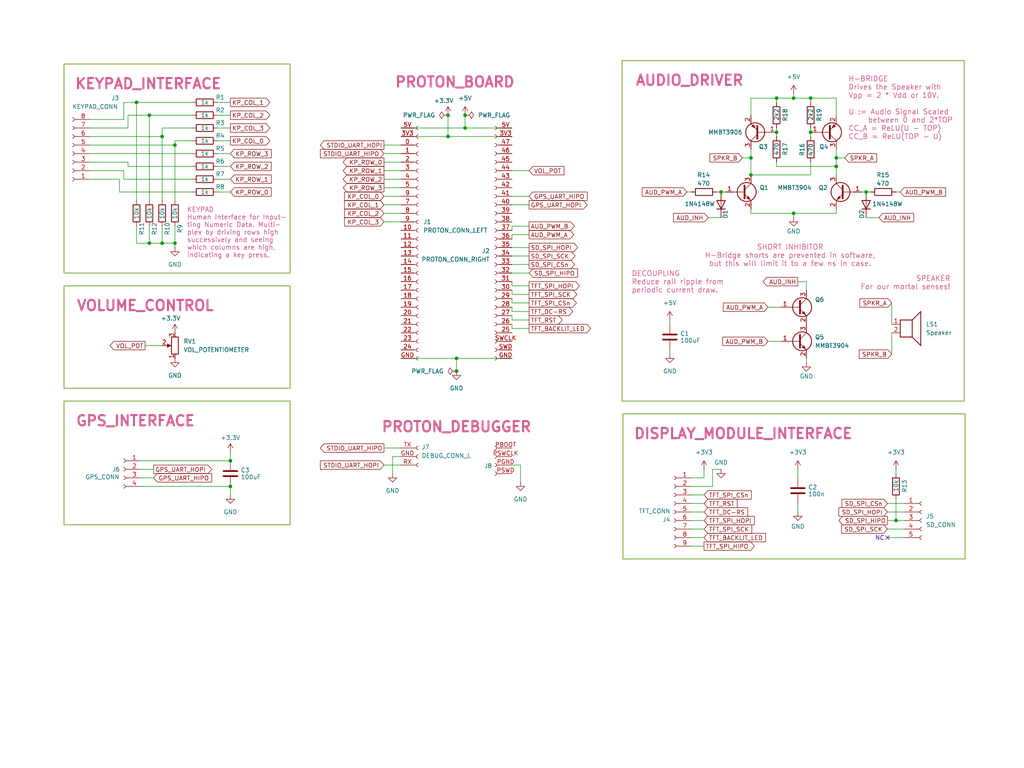
<source format=kicad_sch>
(kicad_sch (version 20250114) (generator "eeschema") (generator_version "9.0")
  (paper "User" 304.8 228.6)
  (title_block (title "LMPK_ALARM_MAIN") (date "2025-11-21") (rev "V1.0") (company "Kevin Yu") (comment 1 "Leah Tak") (comment 2 "Preston Astidias") (comment 3 "Madison Holly"))
  (lib_symbols
    (symbol "Conn_01x04_Socket_1" (pin_names (offset 1.016) (hide yes))
      (property "Reference" "J8" (at 2.032 -2.794 0))
      (property "Value" "DEBUG_CONN_R" (at 1.016 -5.08 0))
      (symbol "Conn_01x04_Socket_1_1_1"
        (pin passive line (at -5.08 2.54 0) (length 3.81) (name "Pin_1") (number "PBOOT"))
        (pin passive line (at -5.08 0 0) (length 3.81) (name "Pin_2") (number "PSWCLK"))
        (pin passive line (at -5.08 -2.54 0) (length 3.81) (name "Pin_3") (number "PGND"))
        (pin passive line (at -5.08 -5.08 0) (length 3.81) (name "Pin_4") (number "PSWD"))
      )
    )
    (symbol "Conn_01x28_Socket_1" (pin_names (offset 1.016) (hide yes))
      (property "Reference" "J1" (at 1.524 5.08 0))
      (property "Value" "PROTON_CONN_LEFT" (at 1.524 2.54 0))
      (symbol "Conn_01x28_Socket_1_1_1"
        (pin passive line (at -5.08 33.02 0) (length 3.81) (name "Pin_1") (number "5V"))
        (pin passive line (at -5.08 30.48 0) (length 3.81) (name "Pin_2") (number "3V3"))
        (pin passive line (at -5.08 27.94 0) (length 3.81) (name "Pin_3") (number "0"))
        (pin passive line (at -5.08 25.4 0) (length 3.81) (name "Pin_4") (number "1"))
        (pin passive line (at -5.08 22.86 0) (length 3.81) (name "Pin_5") (number "2"))
        (pin passive line (at -5.08 20.32 0) (length 3.81) (name "6") (number "3"))
        (pin passive line (at -5.08 17.78 0) (length 3.81) (name "Pin_7") (number "4"))
        (pin passive line (at -5.08 15.24 0) (length 3.81) (name "Pin_8") (number "5"))
        (pin passive line (at -5.08 12.7 0) (length 3.81) (name "6") (number "9"))
        (pin passive line (at -5.08 10.16 0) (length 3.81) (name "Pin_10") (number "7"))
        (pin passive line (at -5.08 7.62 0) (length 3.81) (name "Pin_11") (number "8"))
        (pin passive line (at -5.08 5.08 0) (length 3.81) (name "Pin_12") (number "9"))
        (pin passive line (at -5.08 2.54 0) (length 3.81) (name "Pin_13") (number "10"))
        (pin passive line (at -5.08 0 0) (length 3.81) (name "Pin_14") (number "11"))
        (pin passive line (at -5.08 -2.54 0) (length 3.81) (name "Pin_15") (number "12"))
        (pin passive line (at -5.08 -5.08 0) (length 3.81) (name "Pin_16") (number "13"))
        (pin passive line (at -5.08 -7.62 0) (length 3.81) (name "Pin_17") (number "14"))
        (pin passive line (at -5.08 -10.16 0) (length 3.81) (name "Pin_18") (number "15"))
        (pin passive line (at -5.08 -12.7 0) (length 3.81) (name "Pin_19") (number "16"))
        (pin passive line (at -5.08 -15.24 0) (length 3.81) (name "Pin_20") (number "17"))
        (pin passive line (at -5.08 -17.78 0) (length 3.81) (name "Pin_21") (number "18"))
        (pin passive line (at -5.08 -20.32 0) (length 3.81) (name "Pin_22") (number "19"))
        (pin passive line (at -5.08 -22.86 0) (length 3.81) (name "Pin_23") (number "20"))
        (pin passive line (at -5.08 -25.4 0) (length 3.81) (name "Pin_24") (number "21"))
        (pin passive line (at -5.08 -27.94 0) (length 3.81) (name "Pin_25") (number "22"))
        (pin passive line (at -5.08 -30.48 0) (length 3.81) (name "Pin_26") (number "23"))
        (pin passive line (at -5.08 -33.02 0) (length 3.81) (name "Pin_27") (number "24"))
        (pin passive line (at -5.08 -35.56 0) (length 3.81) (name "Pin_28") (number "GND"))
      )
    )
    (symbol "Connector:Conn_01x03_Socket" (pin_names (offset 1.016) (hide yes))
      (property "Reference" "J7" (at 1.016 2.794 0))
      (property "Value" "DEBUG_CONN_L" (at 1.016 0.254 0))
      (symbol "Conn_01x03_Socket_1_1"
        (pin passive line (at -5.08 2.54 0) (length 3.81) (name "Pin_1") (number "TX"))
        (pin passive line (at -5.08 0 0) (length 3.81) (name "Pin_2") (number "GND"))
        (pin passive line (at -5.08 -2.54 0) (length 3.81) (name "Pin_3") (number "RX"))
      )
    )
    (symbol "Connector:Conn_01x04_Socket" (pin_names (offset 1.016) (hide yes))
      (property "Reference" "J" (at 0 5.08 0))
      (property "Value" "Conn_01x04_Socket" (at 0 -7.62 0))
      (symbol "Conn_01x04_Socket_1_1"
        (pin passive line (at -5.08 2.54 0) (length 3.81) (name "Pin_1") (number "1"))
        (pin passive line (at -5.08 0 0) (length 3.81) (name "Pin_2") (number "2"))
        (pin passive line (at -5.08 -2.54 0) (length 3.81) (name "Pin_3") (number "3"))
        (pin passive line (at -5.08 -5.08 0) (length 3.81) (name "Pin_4") (number "4"))
      )
    )
    (symbol "Connector:Conn_01x05_Socket" (pin_names (offset 1.016) (hide yes))
      (property "Reference" "J" (at 0 7.62 0))
      (property "Value" "Conn_01x05_Socket" (at 0 -7.62 0))
      (symbol "Conn_01x05_Socket_1_1"
        (pin passive line (at -5.08 5.08 0) (length 3.81) (name "Pin_1") (number "1"))
        (pin passive line (at -5.08 2.54 0) (length 3.81) (name "Pin_2") (number "2"))
        (pin passive line (at -5.08 0 0) (length 3.81) (name "Pin_3") (number "3"))
        (pin passive line (at -5.08 -2.54 0) (length 3.81) (name "Pin_4") (number "4"))
        (pin passive line (at -5.08 -5.08 0) (length 3.81) (name "Pin_5") (number "5"))
      )
    )
    (symbol "Connector:Conn_01x08_Socket" (pin_names (offset 1.016) (hide yes))
      (property "Reference" "J" (at 0 10.16 0))
      (property "Value" "Conn_01x08_Socket" (at 0 -12.7 0))
      (symbol "Conn_01x08_Socket_1_1"
        (pin passive line (at -5.08 7.62 0) (length 3.81) (name "Pin_1") (number "1"))
        (pin passive line (at -5.08 5.08 0) (length 3.81) (name "Pin_2") (number "2"))
        (pin passive line (at -5.08 2.54 0) (length 3.81) (name "Pin_3") (number "3"))
        (pin passive line (at -5.08 0 0) (length 3.81) (name "Pin_4") (number "4"))
        (pin passive line (at -5.08 -2.54 0) (length 3.81) (name "Pin_5") (number "5"))
        (pin passive line (at -5.08 -5.08 0) (length 3.81) (name "Pin_6") (number "6"))
        (pin passive line (at -5.08 -7.62 0) (length 3.81) (name "Pin_7") (number "7"))
        (pin passive line (at -5.08 -10.16 0) (length 3.81) (name "Pin_8") (number "8"))
      )
    )
    (symbol "Connector:Conn_01x09_Socket" (pin_names (offset 1.016) (hide yes))
      (property "Reference" "J" (at 0 12.7 0))
      (property "Value" "Conn_01x09_Socket" (at 0 -12.7 0))
      (symbol "Conn_01x09_Socket_1_1"
        (pin passive line (at -5.08 10.16 0) (length 3.81) (name "Pin_1") (number "1"))
        (pin passive line (at -5.08 7.62 0) (length 3.81) (name "Pin_2") (number "2"))
        (pin passive line (at -5.08 5.08 0) (length 3.81) (name "Pin_3") (number "3"))
        (pin passive line (at -5.08 2.54 0) (length 3.81) (name "Pin_4") (number "4"))
        (pin passive line (at -5.08 0 0) (length 3.81) (name "Pin_5") (number "5"))
        (pin passive line (at -5.08 -2.54 0) (length 3.81) (name "Pin_6") (number "6"))
        (pin passive line (at -5.08 -5.08 0) (length 3.81) (name "Pin_7") (number "7"))
        (pin passive line (at -5.08 -7.62 0) (length 3.81) (name "Pin_8") (number "8"))
        (pin passive line (at -5.08 -10.16 0) (length 3.81) (name "Pin_9") (number "9"))
      )
    )
    (symbol "Connector:Conn_01x28_Socket" (pin_names (offset 1.016) (hide yes))
      (property "Reference" "J2" (at 1.524 -3.556 0))
      (property "Value" "PROTON_CONN_RIGHT" (at 1.524 -6.096 0))
      (symbol "Conn_01x28_Socket_1_1"
        (pin passive line (at -5.08 33.02 0) (length 3.81) (name "Pin_1") (number "5V"))
        (pin passive line (at -5.08 30.48 0) (length 3.81) (name "Pin_2") (number "3V3"))
        (pin passive line (at -5.08 27.94 0) (length 3.81) (name "Pin_3") (number "47"))
        (pin passive line (at -5.08 25.4 0) (length 3.81) (name "Pin_4") (number "46"))
        (pin passive line (at -5.08 22.86 0) (length 3.81) (name "Pin_5") (number "45"))
        (pin passive line (at -5.08 20.32 0) (length 3.81) (name "Pin_6") (number "44"))
        (pin passive line (at -5.08 17.78 0) (length 3.81) (name "Pin_7") (number "43"))
        (pin passive line (at -5.08 15.24 0) (length 3.81) (name "Pin_8") (number "42"))
        (pin passive line (at -5.08 12.7 0) (length 3.81) (name "Pin_9") (number "41"))
        (pin passive line (at -5.08 10.16 0) (length 3.81) (name "Pin_10") (number "40"))
        (pin passive line (at -5.08 7.62 0) (length 3.81) (name "Pin_11") (number "39"))
        (pin passive line (at -5.08 5.08 0) (length 3.81) (name "Pin_12") (number "38"))
        (pin passive line (at -5.08 2.54 0) (length 3.81) (name "Pin_13") (number "37"))
        (pin passive line (at -5.08 0 0) (length 3.81) (name "Pin_14") (number "36"))
        (pin passive line (at -5.08 -2.54 0) (length 3.81) (name "Pin_15") (number "35"))
        (pin passive line (at -5.08 -5.08 0) (length 3.81) (name "Pin_16") (number "34"))
        (pin passive line (at -5.08 -7.62 0) (length 3.81) (name "Pin_17") (number "33"))
        (pin passive line (at -5.08 -10.16 0) (length 3.81) (name "Pin_18") (number "32"))
        (pin passive line (at -5.08 -12.7 0) (length 3.81) (name "Pin_19") (number "31"))
        (pin passive line (at -5.08 -15.24 0) (length 3.81) (name "Pin_20") (number "30"))
        (pin passive line (at -5.08 -17.78 0) (length 3.81) (name "Pin_21") (number "29"))
        (pin passive line (at -5.08 -20.32 0) (length 3.81) (name "Pin_22") (number "28"))
        (pin passive line (at -5.08 -22.86 0) (length 3.81) (name "Pin_23") (number "27"))
        (pin passive line (at -5.08 -25.4 0) (length 3.81) (name "Pin_24") (number "26"))
        (pin passive line (at -5.08 -27.94 0) (length 3.81) (name "Pin_25") (number "25"))
        (pin passive line (at -5.08 -30.48 0) (length 3.81) (name "Pin_26") (number "SWCLK"))
        (pin passive line (at -5.08 -33.02 0) (length 3.81) (name "Pin_27") (number "SWD"))
        (pin passive line (at -5.08 -35.56 0) (length 3.81) (name "Pin_28") (number "GND"))
      )
    )
    (symbol "Device:C" (pin_numbers (hide yes)) (pin_names (offset 0.254))
      (property "Reference" "C" (at 0.635 2.54 0))
      (property "Value" "C" (at 0.635 -2.54 0))
      (symbol "C_1_1"
        (pin passive line (at 0 3.81 270) (length 2.794) (name "~") (number "1"))
        (pin passive line (at 0 -3.81 90) (length 2.794) (name "~") (number "2"))
      )
    )
    (symbol "Device:R" (pin_numbers (hide yes)) (pin_names (offset 0))
      (property "Reference" "R" (at 2.032 0 90))
      (property "Value" "R" (at 0 0 90))
      (symbol "R_1_1"
        (pin passive line (at 0 3.81 270) (length 1.27) (name "~") (number "1"))
        (pin passive line (at 0 -3.81 90) (length 1.27) (name "~") (number "2"))
      )
    )
    (symbol "Device:R_Potentiometer" (pin_names (offset 1.016) (hide yes))
      (property "Reference" "RV" (at -4.445 0 90))
      (property "Value" "R_Potentiometer" (at -2.54 0 90))
      (symbol "R_Potentiometer_1_1"
        (pin passive line (at 0 3.81 270) (length 1.27) (name "1") (number "1"))
        (pin passive line (at 0 -3.81 90) (length 1.27) (name "3") (number "3"))
        (pin passive line (at 3.81 0 180) (length 1.27) (name "2") (number "2"))
      )
    )
    (symbol "Device:Speaker" (pin_names (offset 0) (hide yes))
      (property "Reference" "LS" (at 1.27 5.715 0))
      (property "Value" "Speaker" (at 1.27 3.81 0))
      (symbol "Speaker_1_1"
        (pin input line (at -5.08 0 0) (length 2.54) (name "1") (number "1"))
        (pin input line (at -5.08 -2.54 0) (length 2.54) (name "2") (number "2"))
      )
    )
    (symbol "Diode:1N4148W" (pin_numbers (hide yes)) (pin_names (hide yes))
      (property "Reference" "D" (at 0 2.54 0))
      (property "Value" "1N4148W" (at 0 -2.54 0))
      (symbol "1N4148W_1_1"
        (pin passive line (at -3.81 0 0) (length 2.54) (name "K") (number "1"))
        (pin passive line (at 3.81 0 180) (length 2.54) (name "A") (number "2"))
      )
    )
    (symbol "Transistor_BJT:MMBT3904" (pin_names (offset 0) (hide yes))
      (property "Reference" "Q" (at 5.08 1.905 0))
      (property "Value" "MMBT3904" (at 5.08 0 0))
      (symbol "MMBT3904_1_1"
        (pin input line (at -5.08 0 0) (length 2.54) (name "B") (number "1"))
        (pin passive line (at 2.54 5.08 270) (length 2.54) (name "C") (number "3"))
        (pin passive line (at 2.54 -5.08 90) (length 2.54) (name "E") (number "2"))
      )
    )
    (symbol "Transistor_BJT:MMBT3906" (pin_names (offset 0) (hide yes))
      (property "Reference" "Q" (at 5.08 1.905 0))
      (property "Value" "MMBT3906" (at 5.08 0 0))
      (symbol "MMBT3906_1_1"
        (pin input line (at -5.08 0 0) (length 2.54) (name "B") (number "1"))
        (pin passive line (at 2.54 5.08 270) (length 2.54) (name "C") (number "3"))
        (pin passive line (at 2.54 -5.08 90) (length 2.54) (name "E") (number "2"))
      )
    )
    (symbol "power:+3.3V" (power) (pin_numbers (hide yes)) (pin_names (offset 0) (hide yes))
      (property "Value" "+3.3V" (at 0 3.556 0))
      (symbol "+3.3V_1_1"
        (pin power_in line (at 0 0 90) (length 0) (name "~") (number "1"))
      )
    )
    (symbol "power:+3V3" (power) (pin_numbers (hide yes)) (pin_names (offset 0) (hide yes))
      (property "Value" "+3V3" (at 0 3.556 0))
      (symbol "+3V3_1_1"
        (pin power_in line (at 0 0 90) (length 0) (name "~") (number "1"))
      )
    )
    (symbol "power:+5V" (power) (pin_numbers (hide yes)) (pin_names (offset 0) (hide yes))
      (property "Value" "+5V" (at 0 3.556 0))
      (symbol "+5V_1_1"
        (pin power_in line (at 0 0 90) (length 0) (name "~") (number "1"))
      )
    )
    (symbol "power:GND" (power) (pin_numbers (hide yes)) (pin_names (offset 0) (hide yes))
      (property "Value" "GND" (at 0 -3.81 0))
      (symbol "GND_1_1"
        (pin power_in line (at 0 0 270) (length 0) (name "~") (number "1"))
      )
    )
    (symbol "power:PWR_FLAG" (power) (pin_numbers (hide yes)) (pin_names (offset 0) (hide yes))
      (property "Value" "PWR_FLAG" (at 0 3.81 0))
      (symbol "PWR_FLAG_0_0"
        (pin power_out line (at 0 0 90) (length 0) (name "~") (number "1"))
      )
    )
  )
  (rectangle (start 185.42 123.19) (end 287.274 166.37) (stroke (width 0.3048) (color 144 179 81 1)))
  (rectangle (start 19.05 119.38) (end 86.36 156.21) (stroke (width 0.3048) (color 144 179 81 1)))
  (rectangle (start 19.05 19.05) (end 86.36 81.28) (stroke (width 0.3048) (color 144 179 81 1)))
  (rectangle (start 185.166 18.034) (end 287.02 119.38) (stroke (width 0.3048) (color 144 179 81 1)))
  (rectangle (start 19.05 85.09) (end 86.36 115.57) (stroke (width 0.3048) (color 144 179 81 1)))
  (text "KEYPAD_INTERFACE" (at 22.098 25.146 0) (effects (font (size 3.048 3.048) (thickness 0.6096) (bold yes)) (justify left)))
  (text "DISPLAY_MODULE_INTERFACE" (at 188.468 129.286 0) (effects (font (size 3.048 3.048) (thickness 0.6096) (bold yes)) (justify left)))
  (text "VOLUME_CONTROL" (at 22.606 91.186 0) (effects (font (size 3.048 3.048) (thickness 0.6096) (bold yes)) (justify left)))
  (text "H-BRIDGE\nDrives the Speaker with\nVpp = 2 * Vdd or 10V.\n\nU := Audio Signal Scaled\n     between 0 and 2*TOP\nCC_A = ReLU(U - TOP)\nCC_B = ReLU(TOP - U)" (at 252.476 32.258 0) (effects (font (size 1.524 1.524) (thickness 0.1905)) (justify left)))
  (text "PROTON_DEBUGGER" (at 135.89 127.254 0) (effects (font (size 3.048 3.048) (thickness 0.6096) (bold yes))))
  (text "KEYPAD\nHuman Interface for Input-\nting Numeric Data. Multi-\nplex by driving rows high\nsuccessively and seeing\nwhich columns are high,\nindicating a key press." (at 55.626 69.342 0) (effects (font (size 1.397 1.397) (thickness 0.1905)) (justify left)))
  (text "SHORT INHIBITOR\nH-Bridge shorts are prevented in software,\nbut this will limit it to a few ns in case." (at 235.204 76.2 0) (effects (font (size 1.524 1.524) (thickness 0.1905))))
  (text "AUDIO_DRIVER" (at 188.976 24.13 0) (effects (font (size 3.048 3.048) (thickness 0.6096) (bold yes)) (justify left)))
  (text "GPS_INTERFACE" (at 22.352 125.476 0) (effects (font (size 3.048 3.048) (thickness 0.6096) (bold yes)) (justify left)))
  (text "PROTON_BOARD" (at 135.382 24.638 0) (effects (font (size 3.048 3.048) (thickness 0.6096) (bold yes))))
  (text "DECOUPLING\nReduce rail ripple from\nperiodic current draw." (at 187.96 84.074 0) (effects (font (size 1.524 1.524) (thickness 0.1905)) (justify left)))
  (text "NC" (at 261.874 160.274 0) (effects (font (size 1.27 1.27))))
  (text "SPEAKER\nFor our mortal senses!" (at 282.956 84.328 0) (effects (font (size 1.524 1.524) (thickness 0.1905)) (justify right)))
  (junction (at 135.89 106.68))
  (junction (at 266.7 154.94))
  (junction (at 214.63 57.15))
  (junction (at 40.64 30.48))
  (junction (at 138.43 34.29))
  (junction (at 44.45 34.29))
  (junction (at 68.58 137.16))
  (junction (at 231.14 29.21))
  (junction (at 248.92 49.53))
  (junction (at 223.52 46.99))
  (junction (at 257.81 57.15))
  (junction (at 52.07 43.18))
  (junction (at 236.22 63.5))
  (junction (at 135.89 110.49))
  (junction (at 241.3 39.37))
  (junction (at 52.07 72.39))
  (junction (at 48.26 72.39))
  (junction (at 223.52 52.07))
  (junction (at 241.3 29.21))
  (junction (at 236.22 29.21))
  (junction (at 133.35 40.64))
  (junction (at 133.35 34.29))
  (junction (at 48.26 40.64))
  (junction (at 231.14 39.37))
  (junction (at 138.43 38.1))
  (junction (at 44.45 72.39))
  (junction (at 248.92 46.99))
  (junction (at 68.58 144.78))
  (no_connect (at 264.16 160.02))
  (wire (pts (xy 57.15 30.48) (xy 40.64 30.48)))
  (wire (pts (xy 38.1 48.26) (xy 38.1 49.53)))
  (wire (pts (xy 35.56 57.15) (xy 57.15 57.15)))
  (wire (pts (xy 152.4 95.25) (xy 157.48 95.25)))
  (wire (pts (xy 241.3 48.26) (xy 241.3 52.07)))
  (wire (pts (xy 36.83 30.48) (xy 36.83 35.56)))
  (wire (pts (xy 265.43 90.17) (xy 265.43 96.52)))
  (wire (pts (xy 52.07 72.39) (xy 52.07 67.31)))
  (wire (pts (xy 48.26 38.1) (xy 48.26 40.64)))
  (wire (pts (xy 266.7 57.15) (xy 267.97 57.15)))
  (wire (pts (xy 152.4 95.25) (xy 152.4 93.98)))
  (wire (pts (xy 152.4 71.12) (xy 152.4 69.85)))
  (wire (pts (xy 241.3 40.64) (xy 241.3 39.37)))
  (wire (pts (xy 205.74 154.94) (xy 209.55 154.94)))
  (wire (pts (xy 248.92 29.21) (xy 248.92 34.29)))
  (wire (pts (xy 154.94 138.43) (xy 152.4 138.43)))
  (wire (pts (xy 215.9 57.15) (xy 214.63 57.15)))
  (wire (pts (xy 205.74 147.32) (xy 209.55 147.32)))
  (wire (pts (xy 35.56 53.34) (xy 35.56 57.15)))
  (wire (pts (xy 68.58 147.32) (xy 68.58 144.78)))
  (wire (pts (xy 64.77 57.15) (xy 68.58 57.15)))
  (wire (pts (xy 64.77 34.29) (xy 68.58 34.29)))
  (wire (pts (xy 248.92 49.53) (xy 248.92 52.07)))
  (wire (pts (xy 223.52 29.21) (xy 231.14 29.21)))
  (wire (pts (xy 114.3 133.35) (xy 119.38 133.35)))
  (wire (pts (xy 257.81 57.15) (xy 259.08 57.15)))
  (wire (pts (xy 41.91 144.78) (xy 68.58 144.78)))
  (wire (pts (xy 64.77 53.34) (xy 68.58 53.34)))
  (wire (pts (xy 265.43 99.06) (xy 265.43 105.41)))
  (wire (pts (xy 57.15 34.29) (xy 44.45 34.29)))
  (wire (pts (xy 116.84 135.89) (xy 119.38 135.89)))
  (wire (pts (xy 152.4 50.8) (xy 157.48 50.8)))
  (wire (pts (xy 223.52 44.45) (xy 223.52 46.99)))
  (wire (pts (xy 52.07 43.18) (xy 52.07 41.91)))
  (wire (pts (xy 48.26 40.64) (xy 48.26 59.69)))
  (wire (pts (xy 41.91 137.16) (xy 68.58 137.16)))
  (wire (pts (xy 119.38 38.1) (xy 138.43 38.1)))
  (wire (pts (xy 114.3 43.18) (xy 119.38 43.18)))
  (wire (pts (xy 231.14 38.1) (xy 231.14 39.37)))
  (wire (pts (xy 152.4 92.71) (xy 157.48 92.71)))
  (wire (pts (xy 64.77 41.91) (xy 68.58 41.91)))
  (wire (pts (xy 114.3 58.42) (xy 119.38 58.42)))
  (wire (pts (xy 248.92 44.45) (xy 248.92 46.99)))
  (wire (pts (xy 36.83 35.56) (xy 26.67 35.56)))
  (wire (pts (xy 133.35 34.29) (xy 133.35 40.64)))
  (wire (pts (xy 205.74 144.78) (xy 212.09 144.78)))
  (wire (pts (xy 228.6 101.6) (xy 232.41 101.6)))
  (wire (pts (xy 114.3 60.96) (xy 119.38 60.96)))
  (wire (pts (xy 231.14 29.21) (xy 231.14 30.48)))
  (wire (pts (xy 213.36 57.15) (xy 214.63 57.15)))
  (wire (pts (xy 266.7 148.59) (xy 266.7 154.94)))
  (wire (pts (xy 26.67 45.72) (xy 57.15 45.72)))
  (wire (pts (xy 119.38 106.68) (xy 135.89 106.68)))
  (wire (pts (xy 152.4 73.66) (xy 157.48 73.66)))
  (wire (pts (xy 41.91 139.7) (xy 45.72 139.7)))
  (wire (pts (xy 240.03 106.68) (xy 240.03 107.95)))
  (wire (pts (xy 248.92 46.99) (xy 248.92 49.53)))
  (wire (pts (xy 64.77 30.48) (xy 68.58 30.48)))
  (wire (pts (xy 223.52 52.07) (xy 241.3 52.07)))
  (wire (pts (xy 220.98 46.99) (xy 223.52 46.99)))
  (wire (pts (xy 248.92 63.5) (xy 248.92 62.23)))
  (wire (pts (xy 205.74 152.4) (xy 209.55 152.4)))
  (wire (pts (xy 261.62 64.77) (xy 257.81 64.77)))
  (wire (pts (xy 68.58 45.72) (xy 64.77 45.72)))
  (wire (pts (xy 231.14 29.21) (xy 236.22 29.21)))
  (wire (pts (xy 152.4 67.31) (xy 157.48 67.31)))
  (wire (pts (xy 248.92 46.99) (xy 251.46 46.99)))
  (wire (pts (xy 135.89 110.49) (xy 135.89 106.68)))
  (wire (pts (xy 205.74 157.48) (xy 209.55 157.48)))
  (wire (pts (xy 36.83 50.8) (xy 36.83 53.34)))
  (wire (pts (xy 264.16 149.86) (xy 269.24 149.86)))
  (wire (pts (xy 152.4 68.58) (xy 152.4 67.31)))
  (wire (pts (xy 236.22 63.5) (xy 248.92 63.5)))
  (wire (pts (xy 223.52 46.99) (xy 223.52 52.07)))
  (wire (pts (xy 116.84 140.97) (xy 116.84 135.89)))
  (wire (pts (xy 152.4 87.63) (xy 157.48 87.63)))
  (wire (pts (xy 138.43 34.29) (xy 138.43 38.1)))
  (wire (pts (xy 237.49 139.7) (xy 237.49 142.24)))
  (wire (pts (xy 154.94 143.51) (xy 154.94 138.43)))
  (wire (pts (xy 26.67 48.26) (xy 38.1 48.26)))
  (wire (pts (xy 205.74 162.56) (xy 209.55 162.56)))
  (wire (pts (xy 205.74 160.02) (xy 209.55 160.02)))
  (wire (pts (xy 114.3 66.04) (xy 119.38 66.04)))
  (wire (pts (xy 264.16 152.4) (xy 269.24 152.4)))
  (wire (pts (xy 237.49 83.82) (xy 240.03 83.82)))
  (wire (pts (xy 236.22 27.94) (xy 236.22 29.21)))
  (wire (pts (xy 152.4 92.71) (xy 152.4 91.44)))
  (wire (pts (xy 38.1 34.29) (xy 44.45 34.29)))
  (wire (pts (xy 236.22 29.21) (xy 241.3 29.21)))
  (wire (pts (xy 52.07 43.18) (xy 52.07 59.69)))
  (wire (pts (xy 26.67 43.18) (xy 52.07 43.18)))
  (wire (pts (xy 209.55 142.24) (xy 209.55 139.7)))
  (wire (pts (xy 237.49 149.86) (xy 237.49 152.4)))
  (wire (pts (xy 223.52 63.5) (xy 223.52 62.23)))
  (wire (pts (xy 64.77 49.53) (xy 68.58 49.53)))
  (wire (pts (xy 26.67 40.64) (xy 48.26 40.64)))
  (wire (pts (xy 138.43 38.1) (xy 152.4 38.1)))
  (wire (pts (xy 48.26 72.39) (xy 52.07 72.39)))
  (wire (pts (xy 114.3 63.5) (xy 119.38 63.5)))
  (wire (pts (xy 133.35 40.64) (xy 152.4 40.64)))
  (wire (pts (xy 256.54 57.15) (xy 257.81 57.15)))
  (wire (pts (xy 152.4 81.28) (xy 157.48 81.28)))
  (wire (pts (xy 48.26 67.31) (xy 48.26 72.39)))
  (wire (pts (xy 212.09 139.7) (xy 214.63 139.7)))
  (wire (pts (xy 114.3 45.72) (xy 119.38 45.72)))
  (wire (pts (xy 212.09 144.78) (xy 212.09 139.7)))
  (wire (pts (xy 231.14 48.26) (xy 231.14 49.53)))
  (wire (pts (xy 152.4 58.42) (xy 157.48 58.42)))
  (wire (pts (xy 205.74 149.86) (xy 209.55 149.86)))
  (wire (pts (xy 152.4 85.09) (xy 152.4 83.82)))
  (wire (pts (xy 152.4 78.74) (xy 157.48 78.74)))
  (wire (pts (xy 40.64 72.39) (xy 44.45 72.39)))
  (wire (pts (xy 38.1 38.1) (xy 38.1 34.29)))
  (wire (pts (xy 52.07 72.39) (xy 52.07 73.66)))
  (wire (pts (xy 241.3 29.21) (xy 241.3 30.48)))
  (wire (pts (xy 236.22 63.5) (xy 236.22 64.77)))
  (wire (pts (xy 199.39 95.25) (xy 199.39 96.52)))
  (wire (pts (xy 210.82 64.77) (xy 214.63 64.77)))
  (wire (pts (xy 240.03 83.82) (xy 240.03 86.36)))
  (wire (pts (xy 266.7 154.94) (xy 269.24 154.94)))
  (wire (pts (xy 40.64 67.31) (xy 40.64 72.39)))
  (wire (pts (xy 36.83 30.48) (xy 40.64 30.48)))
  (wire (pts (xy 40.64 30.48) (xy 40.64 59.69)))
  (wire (pts (xy 241.3 29.21) (xy 248.92 29.21)))
  (wire (pts (xy 26.67 53.34) (xy 35.56 53.34)))
  (wire (pts (xy 44.45 67.31) (xy 44.45 72.39)))
  (wire (pts (xy 231.14 40.64) (xy 231.14 39.37)))
  (wire (pts (xy 43.18 102.87) (xy 48.26 102.87)))
  (wire (pts (xy 223.52 29.21) (xy 223.52 34.29)))
  (wire (pts (xy 114.3 55.88) (xy 119.38 55.88)))
  (wire (pts (xy 44.45 72.39) (xy 48.26 72.39)))
  (wire (pts (xy 205.74 142.24) (xy 209.55 142.24)))
  (wire (pts (xy 114.3 48.26) (xy 119.38 48.26)))
  (wire (pts (xy 41.91 142.24) (xy 45.72 142.24)))
  (wire (pts (xy 204.47 57.15) (xy 205.74 57.15)))
  (wire (pts (xy 152.4 85.09) (xy 157.48 85.09)))
  (wire (pts (xy 114.3 50.8) (xy 119.38 50.8)))
  (wire (pts (xy 264.16 160.02) (xy 269.24 160.02)))
  (wire (pts (xy 26.67 38.1) (xy 38.1 38.1)))
  (wire (pts (xy 36.83 53.34) (xy 57.15 53.34)))
  (wire (pts (xy 44.45 34.29) (xy 44.45 59.69)))
  (wire (pts (xy 119.38 40.64) (xy 133.35 40.64)))
  (wire (pts (xy 114.3 138.43) (xy 119.38 138.43)))
  (wire (pts (xy 231.14 49.53) (xy 248.92 49.53)))
  (wire (pts (xy 264.16 157.48) (xy 269.24 157.48)))
  (wire (pts (xy 57.15 38.1) (xy 48.26 38.1)))
  (wire (pts (xy 114.3 53.34) (xy 119.38 53.34)))
  (wire (pts (xy 228.6 91.44) (xy 232.41 91.44)))
  (wire (pts (xy 152.4 87.63) (xy 152.4 86.36)))
  (wire (pts (xy 223.52 63.5) (xy 236.22 63.5)))
  (wire (pts (xy 241.3 38.1) (xy 241.3 39.37)))
  (wire (pts (xy 152.4 60.96) (xy 157.48 60.96)))
  (wire (pts (xy 152.4 90.17) (xy 157.48 90.17)))
  (wire (pts (xy 64.77 38.1) (xy 68.58 38.1)))
  (wire (pts (xy 152.4 97.79) (xy 152.4 96.52)))
  (wire (pts (xy 152.4 90.17) (xy 152.4 88.9)))
  (wire (pts (xy 199.39 104.14) (xy 199.39 105.41)))
  (wire (pts (xy 38.1 49.53) (xy 57.15 49.53)))
  (wire (pts (xy 68.58 137.16) (xy 68.58 134.62)))
  (wire (pts (xy 266.7 139.7) (xy 266.7 140.97)))
  (wire (pts (xy 152.4 76.2) (xy 157.48 76.2)))
  (wire (pts (xy 152.4 97.79) (xy 157.48 97.79)))
  (wire (pts (xy 57.15 41.91) (xy 52.07 41.91)))
  (wire (pts (xy 152.4 69.85) (xy 157.48 69.85)))
  (wire (pts (xy 264.16 154.94) (xy 266.7 154.94)))
  (wire (pts (xy 135.89 106.68) (xy 152.4 106.68)))
  (wire (pts (xy 26.67 50.8) (xy 36.83 50.8)))
  (global_label "TFT_DC-RS" (shape input) (at 209.55 152.4 0) (property "Intersheetrefs" "${INTERSHEET_REFS}" (effects (hide yes))))
  (global_label "KP_COL_1" (shape input) (at 114.3 60.96 180) (property "Intersheetrefs" "${INTERSHEET_REFS}" (effects (hide yes))))
  (global_label "GPS_UART_HOPI" (shape output) (at 45.72 139.7 0) (property "Intersheetrefs" "${INTERSHEET_REFS}" (effects (hide yes))))
  (global_label "SPKR_B" (shape input) (at 220.98 46.99 180) (property "Intersheetrefs" "${INTERSHEET_REFS}" (effects (hide yes))))
  (global_label "VOL_POT" (shape output) (at 43.18 102.87 180) (property "Intersheetrefs" "${INTERSHEET_REFS}" (effects (hide yes))))
  (global_label "SPKR_A" (shape input) (at 265.43 90.17 180) (property "Intersheetrefs" "${INTERSHEET_REFS}" (effects (hide yes))))
  (global_label "SD_SPI_HIPO" (shape input) (at 157.48 81.28 0) (property "Intersheetrefs" "${INTERSHEET_REFS}" (effects (hide yes))))
  (global_label "KP_COL_3" (shape input) (at 114.3 66.04 180) (property "Intersheetrefs" "${INTERSHEET_REFS}" (effects (hide yes))))
  (global_label "KP_COL_0" (shape input) (at 114.3 58.42 180) (property "Intersheetrefs" "${INTERSHEET_REFS}" (effects (hide yes))))
  (global_label "TFT_SPI_HIPO" (shape output) (at 209.55 162.56 0) (property "Intersheetrefs" "${INTERSHEET_REFS}" (effects (hide yes))))
  (global_label "AUD_INH" (shape input) (at 261.62 64.77 0) (property "Intersheetrefs" "${INTERSHEET_REFS}" (effects (hide yes))))
  (global_label "KP_ROW_3" (shape input) (at 68.58 45.72 0) (property "Intersheetrefs" "${INTERSHEET_REFS}" (effects (hide yes))))
  (global_label "TFT_SPI_CSn" (shape input) (at 209.55 147.32 0) (property "Intersheetrefs" "${INTERSHEET_REFS}" (effects (hide yes))))
  (global_label "AUD_INH" (shape input) (at 210.82 64.77 180) (property "Intersheetrefs" "${INTERSHEET_REFS}" (effects (hide yes))))
  (global_label "KP_COL_2" (shape output) (at 68.58 34.29 0) (property "Intersheetrefs" "${INTERSHEET_REFS}" (effects (hide yes))))
  (global_label "GPS_UART_HIPO" (shape input) (at 157.48 58.42 0) (property "Intersheetrefs" "${INTERSHEET_REFS}" (effects (hide yes))))
  (global_label "KP_ROW_3" (shape output) (at 114.3 55.88 180) (property "Intersheetrefs" "${INTERSHEET_REFS}" (effects (hide yes))))
  (global_label "SD_SPI_HOPI" (shape output) (at 157.48 73.66 0) (property "Intersheetrefs" "${INTERSHEET_REFS}" (effects (hide yes))))
  (global_label "AUD_PWM_A" (shape input) (at 228.6 91.44 180) (property "Intersheetrefs" "${INTERSHEET_REFS}" (effects (hide yes))))
  (global_label "AUD_PWM_B" (shape output) (at 157.48 67.31 0) (property "Intersheetrefs" "${INTERSHEET_REFS}" (effects (hide yes))))
  (global_label "SD_SPI_HIPO" (shape output) (at 264.16 154.94 180) (property "Intersheetrefs" "${INTERSHEET_REFS}" (effects (hide yes))))
  (global_label "SD_SPI_HOPI" (shape input) (at 264.16 152.4 180) (property "Intersheetrefs" "${INTERSHEET_REFS}" (effects (hide yes))))
  (global_label "SD_SPI_CSn" (shape input) (at 264.16 149.86 180) (property "Intersheetrefs" "${INTERSHEET_REFS}" (effects (hide yes))))
  (global_label "SPKR_A" (shape input) (at 251.46 46.99 0) (property "Intersheetrefs" "${INTERSHEET_REFS}" (effects (hide yes))))
  (global_label "VOL_POT" (shape input) (at 157.48 50.8 0) (property "Intersheetrefs" "${INTERSHEET_REFS}" (effects (hide yes))))
  (global_label "TFT_SPI_HOPI" (shape input) (at 209.55 154.94 0) (property "Intersheetrefs" "${INTERSHEET_REFS}" (effects (hide yes))))
  (global_label "STDIO_UART_HIPO" (shape output) (at 114.3 133.35 180) (property "Intersheetrefs" "${INTERSHEET_REFS}" (effects (hide yes))))
  (global_label "TFT_DC-RS" (shape output) (at 157.48 92.71 0) (property "Intersheetrefs" "${INTERSHEET_REFS}" (effects (hide yes))))
  (global_label "TFT_SPI_HOPI" (shape output) (at 157.48 85.09 0) (property "Intersheetrefs" "${INTERSHEET_REFS}" (effects (hide yes))))
  (global_label "KP_ROW_2" (shape output) (at 114.3 53.34 180) (property "Intersheetrefs" "${INTERSHEET_REFS}" (effects (hide yes))))
  (global_label "TFT_BACKLIT_LED" (shape input) (at 209.55 160.02 0) (property "Intersheetrefs" "${INTERSHEET_REFS}" (effects (hide yes))))
  (global_label "STDIO_UART_HOPI" (shape input) (at 114.3 138.43 180) (property "Intersheetrefs" "${INTERSHEET_REFS}" (effects (hide yes))))
  (global_label "SD_SPI_SCK" (shape output) (at 157.48 76.2 0) (property "Intersheetrefs" "${INTERSHEET_REFS}" (effects (hide yes))))
  (global_label "STDIO_UART_HIPO" (shape input) (at 114.3 45.72 180) (property "Intersheetrefs" "${INTERSHEET_REFS}" (effects (hide yes))))
  (global_label "TFT_SPI_SCK" (shape output) (at 157.48 87.63 0) (property "Intersheetrefs" "${INTERSHEET_REFS}" (effects (hide yes))))
  (global_label "TFT_SPI_SCK" (shape input) (at 209.55 157.48 0) (property "Intersheetrefs" "${INTERSHEET_REFS}" (effects (hide yes))))
  (global_label "AUD_PWM_A" (shape input) (at 204.47 57.15 180) (property "Intersheetrefs" "${INTERSHEET_REFS}" (effects (hide yes))))
  (global_label "KP_ROW_1" (shape input) (at 68.58 53.34 0) (property "Intersheetrefs" "${INTERSHEET_REFS}" (effects (hide yes))))
  (global_label "AUD_PWM_B" (shape input) (at 228.6 101.6 180) (property "Intersheetrefs" "${INTERSHEET_REFS}" (effects (hide yes))))
  (global_label "KP_ROW_2" (shape input) (at 68.58 49.53 0) (property "Intersheetrefs" "${INTERSHEET_REFS}" (effects (hide yes))))
  (global_label "AUD_PWM_B" (shape input) (at 267.97 57.15 0) (property "Intersheetrefs" "${INTERSHEET_REFS}" (effects (hide yes))))
  (global_label "AUD_PWM_A" (shape output) (at 157.48 69.85 0) (property "Intersheetrefs" "${INTERSHEET_REFS}" (effects (hide yes))))
  (global_label "TFT_RST" (shape input) (at 209.55 149.86 0) (property "Intersheetrefs" "${INTERSHEET_REFS}" (effects (hide yes))))
  (global_label "KP_ROW_0" (shape input) (at 68.58 57.15 0) (property "Intersheetrefs" "${INTERSHEET_REFS}" (effects (hide yes))))
  (global_label "TFT_BACKLIT_LED" (shape output) (at 157.48 97.79 0) (property "Intersheetrefs" "${INTERSHEET_REFS}" (effects (hide yes))))
  (global_label "SPKR_B" (shape input) (at 265.43 105.41 180) (property "Intersheetrefs" "${INTERSHEET_REFS}" (effects (hide yes))))
  (global_label "TFT_RST" (shape output) (at 157.48 95.25 0) (property "Intersheetrefs" "${INTERSHEET_REFS}" (effects (hide yes))))
  (global_label "STDIO_UART_HOPI" (shape output) (at 114.3 43.18 180) (property "Intersheetrefs" "${INTERSHEET_REFS}" (effects (hide yes))))
  (global_label "AUD_INH" (shape output) (at 237.49 83.82 180) (property "Intersheetrefs" "${INTERSHEET_REFS}" (effects (hide yes))))
  (global_label "GPS_UART_HOPI" (shape output) (at 157.48 60.96 0) (property "Intersheetrefs" "${INTERSHEET_REFS}" (effects (hide yes))))
  (global_label "GPS_UART_HIPO" (shape input) (at 45.72 142.24 0) (property "Intersheetrefs" "${INTERSHEET_REFS}" (effects (hide yes))))
  (global_label "SD_SPI_SCK" (shape input) (at 264.16 157.48 180) (property "Intersheetrefs" "${INTERSHEET_REFS}" (effects (hide yes))))
  (global_label "KP_COL_3" (shape output) (at 68.58 38.1 0) (property "Intersheetrefs" "${INTERSHEET_REFS}" (effects (hide yes))))
  (global_label "KP_COL_0" (shape output) (at 68.58 41.91 0) (property "Intersheetrefs" "${INTERSHEET_REFS}" (effects (hide yes))))
  (global_label "KP_ROW_0" (shape output) (at 114.3 48.26 180) (property "Intersheetrefs" "${INTERSHEET_REFS}" (effects (hide yes))))
  (global_label "TFT_SPI_CSn" (shape output) (at 157.48 90.17 0) (property "Intersheetrefs" "${INTERSHEET_REFS}" (effects (hide yes))))
  (global_label "KP_ROW_1" (shape output) (at 114.3 50.8 180) (property "Intersheetrefs" "${INTERSHEET_REFS}" (effects (hide yes))))
  (global_label "KP_COL_2" (shape input) (at 114.3 63.5 180) (property "Intersheetrefs" "${INTERSHEET_REFS}" (effects (hide yes))))
  (global_label "SD_SPI_CSn" (shape output) (at 157.48 78.74 0) (property "Intersheetrefs" "${INTERSHEET_REFS}" (effects (hide yes))))
  (global_label "KP_COL_1" (shape output) (at 68.58 30.48 0) (property "Intersheetrefs" "${INTERSHEET_REFS}" (effects (hide yes))))
  (symbol (lib_id "Device:R") (at 262.89 57.15 90) (unit 1)
    (property "Reference" "R15" (at 260.858 52.07 90) (effects (justify right)))
    (property "Value" "470" (at 260.858 54.61 90) (effects (justify right)))
    (property "Footprint" "Resistor_SMD:R_0201_0603Metric_Pad0.64x0.40mm_HandSolder" (effects (hide yes)))
    (property "Description" "Resistor" (effects (hide yes)))
  )
  (symbol (lib_id "power:+3.3V") (at 68.58 134.62 0) (unit 1)
    (property "Reference" "#PWR017" (effects (hide yes)))
    (property "Value" "+3.3V" (at 68.58 130.302 0))
    (property "Description" "Power symbol creates a global label with name \"+3.3V\"" (effects (hide yes)))
  )
  (symbol (lib_id "Device:R") (at 60.96 49.53 270) (unit 1)
    (property "Reference" "R6" (at 65.532 48.006 90))
    (property "Value" "1k" (at 60.96 49.53 90))
    (property "Footprint" "Resistor_SMD:R_0201_0603Metric_Pad0.64x0.40mm_HandSolder" (effects (hide yes)))
    (property "Description" "Resistor" (effects (hide yes)))
  )
  (symbol (lib_id "Connector:Conn_01x28_Socket") (at 147.32 71.12 0) (mirror y) (unit 1)
    (property "Reference" "J2" (at 145.796 74.676 0) (effects (justify left)))
    (property "Value" "PROTON_CONN_RIGHT" (at 145.796 77.216 0) (effects (justify left)))
    (property "Footprint" "Connector_PinSocket_2.54mm:PinSocket_1x28_P2.54mm_Vertical" (effects (hide yes)))
    (property "Description" "Generic connector, single row, 01x28, script generated" (effects (hide yes)))
  )
  (symbol (lib_id "power:GND") (at 116.84 140.97 0) (unit 1)
    (property "Reference" "#PWR019" (effects (hide yes)))
    (property "Value" "GND" (at 116.84 146.05 0))
    (property "Description" "Power symbol creates a global label with name \"GND\" , ground" (effects (hide yes)))
  )
  (symbol (lib_id "power:+5V") (at 138.43 34.29 0) (unit 1)
    (property "Reference" "#PWR01" (effects (hide yes)))
    (property "Value" "+5V" (at 138.43 29.21 0))
    (property "Description" "Power symbol creates a global label with name \"+5V\"" (effects (hide yes)))
  )
  (symbol (lib_id "Connector:Conn_01x09_Socket") (at 200.66 152.4 0) (mirror y) (unit 1)
    (property "Reference" "J4" (at 198.374 154.686 0))
    (property "Value" "TFT_CONN" (at 194.818 152.146 0))
    (property "Footprint" "Connector_PinSocket_2.54mm:PinSocket_1x09_P2.54mm_Vertical" (effects (hide yes)))
    (property "Description" "Generic connector, single row, 01x09, script generated" (effects (hide yes)))
  )
  (symbol (lib_id "Device:R") (at 44.45 63.5 180) (unit 1)
    (property "Reference" "R12" (at 45.974 68.072 90))
    (property "Value" "10k" (at 44.45 63.5 90))
    (property "Footprint" "Resistor_SMD:R_0201_0603Metric_Pad0.64x0.40mm_HandSolder" (effects (hide yes)))
    (property "Description" "Resistor" (effects (hide yes)))
  )
  (symbol (lib_id "power:GND") (at 68.58 147.32 0) (unit 1)
    (property "Reference" "#PWR018" (effects (hide yes)))
    (property "Value" "GND" (at 68.58 152.4 0))
    (property "Description" "Power symbol creates a global label with name \"GND\" , ground" (effects (hide yes)))
  )
  (symbol (lib_name "Conn_01x04_Socket_1") (lib_id "Connector:Conn_01x04_Socket") (at 147.32 135.89 0) (mirror y) (unit 1)
    (property "Reference" "J8" (at 145.288 138.684 0))
    (property "Value" "DEBUG_CONN_R" (effects (hide yes)))
    (property "Footprint" "Connector_PinSocket_2.54mm:PinSocket_1x04_P2.54mm_Vertical" (effects (hide yes)))
    (property "Description" "Generic connector, single row, 01x04, script generated" (effects (hide yes)))
  )
  (symbol (lib_id "Device:R") (at 241.3 34.29 0) (unit 1)
    (property "Reference" "R19" (at 243.84 32.258 90) (effects (justify right)))
    (property "Value" "2k2" (at 241.3 32.258 90) (effects (justify right)))
    (property "Footprint" "Resistor_SMD:R_0201_0603Metric_Pad0.64x0.40mm_HandSolder" (effects (hide yes)))
    (property "Description" "Resistor" (effects (hide yes)))
  )
  (symbol (lib_id "Device:R") (at 60.96 38.1 270) (unit 1)
    (property "Reference" "R3" (at 65.532 36.576 90))
    (property "Value" "1k" (at 60.96 38.1 90))
    (property "Footprint" "Resistor_SMD:R_0201_0603Metric_Pad0.64x0.40mm_HandSolder" (effects (hide yes)))
    (property "Description" "Resistor" (effects (hide yes)))
  )
  (symbol (lib_id "power:GND") (at 135.89 110.49 0) (unit 1)
    (property "Reference" "#PWR02" (effects (hide yes)))
    (property "Value" "GND" (at 135.89 115.57 0))
    (property "Description" "Power symbol creates a global label with name \"GND\" , ground" (effects (hide yes)))
  )
  (symbol (lib_id "Device:R") (at 60.96 41.91 270) (unit 1)
    (property "Reference" "R4" (at 65.532 40.386 90))
    (property "Value" "1k" (at 60.96 41.91 90))
    (property "Footprint" "Resistor_SMD:R_0201_0603Metric_Pad0.64x0.40mm_HandSolder" (effects (hide yes)))
    (property "Description" "Resistor" (effects (hide yes)))
  )
  (symbol (lib_id "power:GND") (at 154.94 143.51 0) (unit 1)
    (property "Reference" "#PWR020" (effects (hide yes)))
    (property "Value" "GND" (at 154.94 148.59 0))
    (property "Description" "Power symbol creates a global label with name \"GND\" , ground" (effects (hide yes)))
  )
  (symbol (lib_id "Device:R") (at 60.96 45.72 270) (unit 1)
    (property "Reference" "R5" (at 65.532 44.196 90))
    (property "Value" "1k" (at 60.96 45.72 90))
    (property "Footprint" "Resistor_SMD:R_0201_0603Metric_Pad0.64x0.40mm_HandSolder" (effects (hide yes)))
    (property "Description" "Resistor" (effects (hide yes)))
  )
  (symbol (lib_id "Connector:Conn_01x05_Socket") (at 274.32 154.94 0) (unit 1)
    (property "Reference" "J5" (at 275.59 153.6699 0) (effects (justify left)))
    (property "Value" "SD_CONN" (at 275.59 156.2099 0) (effects (justify left)))
    (property "Footprint" "Connector_PinSocket_2.54mm:PinSocket_1x05_P2.54mm_Vertical" (effects (hide yes)))
    (property "Description" "Generic connector, single row, 01x05, script generated" (effects (hide yes)))
  )
  (symbol (lib_id "power:PWR_FLAG") (at 138.43 34.29 270) (unit 1)
    (property "Reference" "#FLG03" (effects (hide yes)))
    (property "Value" "PWR_FLAG" (at 142.24 34.2899 90) (effects (justify left)))
    (property "Description" "Special symbol for telling ERC where power comes from" (effects (hide yes)))
  )
  (symbol (lib_id "Transistor_BJT:MMBT3904") (at 237.49 101.6 0) (unit 1)
    (property "Reference" "Q5" (at 242.57 100.3299 0) (effects (justify left)))
    (property "Value" "MMBT3904" (at 242.57 102.8699 0) (effects (justify left)))
    (property "Footprint" "Package_TO_SOT_SMD:SOT-23" (effects (hide yes)))
    (property "Datasheet" "https://www.onsemi.com/pdf/datasheet/pzt3904-d.pdf" (effects (hide yes)))
    (property "Description" "0.2A Ic, 40V Vce, Small Signal NPN Transistor, SOT-23" (effects (hide yes)))
  )
  (symbol (lib_id "Device:R_Potentiometer") (at 52.07 102.87 180) (unit 1)
    (property "Reference" "RV1" (at 54.61 101.5999 0) (effects (justify right)))
    (property "Value" "VOL_POTENTIOMETER" (at 54.61 104.1399 0) (effects (justify right)))
    (property "Footprint" "Connector:CONN_3PIN_SCREW" (effects (hide yes)))
    (property "Description" "Potentiometer" (effects (hide yes)))
  )
  (symbol (lib_id "Device:R") (at 241.3 44.45 180) (unit 1)
    (property "Reference" "R16" (at 238.76 46.482 90) (effects (justify right)))
    (property "Value" "470" (at 241.3 46.482 90) (effects (justify right)))
    (property "Footprint" "Resistor_SMD:R_0201_0603Metric_Pad0.64x0.40mm_HandSolder" (effects (hide yes)))
    (property "Description" "Resistor" (effects (hide yes)))
  )
  (symbol (lib_id "power:GND") (at 52.07 106.68 0) (unit 1)
    (property "Reference" "#PWR05" (effects (hide yes)))
    (property "Value" "GND" (at 52.07 111.76 0))
    (property "Description" "Power symbol creates a global label with name \"GND\" , ground" (effects (hide yes)))
  )
  (symbol (lib_id "power:+3V3") (at 209.55 139.7 0) (mirror y) (unit 1)
    (property "Reference" "#PWR07" (effects (hide yes)))
    (property "Value" "+3V3" (at 209.55 134.62 0))
    (property "Description" "Power symbol creates a global label with name \"+3V3\"" (effects (hide yes)))
  )
  (symbol (lib_id "Connector:Conn_01x08_Socket") (at 21.59 45.72 180) (unit 1)
    (property "Reference" "J3" (at 34.29 29.21 0))
    (property "Value" "KEYPAD_CONN" (at 28.321 31.75 0))
    (property "Footprint" "Connector_PinSocket_2.54mm:PinSocket_1x08_P2.54mm_Vertical" (effects (hide yes)))
    (property "Description" "Generic connector, single row, 01x08, script generated" (effects (hide yes)))
  )
  (symbol (lib_id "power:+3V3") (at 237.49 139.7 0) (mirror y) (unit 1)
    (property "Reference" "#PWR014" (effects (hide yes)))
    (property "Value" "+3V3" (at 237.49 134.62 0))
    (property "Description" "Power symbol creates a global label with name \"+3V3\"" (effects (hide yes)))
  )
  (symbol (lib_id "Device:R") (at 40.64 63.5 180) (unit 1)
    (property "Reference" "R11" (at 42.164 68.072 90))
    (property "Value" "10k" (at 40.64 63.5 90))
    (property "Footprint" "Resistor_SMD:R_0201_0603Metric_Pad0.64x0.40mm_HandSolder" (effects (hide yes)))
    (property "Description" "Resistor" (effects (hide yes)))
  )
  (symbol (lib_name "Conn_01x28_Socket_1") (lib_id "Connector:Conn_01x28_Socket") (at 124.46 71.12 0) (unit 1)
    (property "Reference" "J1" (at 125.984 66.04 0) (effects (justify left)))
    (property "Value" "PROTON_CONN_LEFT" (at 125.984 68.58 0) (effects (justify left)))
    (property "Footprint" "Connector_PinSocket_2.54mm:PinSocket_1x28_P2.54mm_Vertical" (effects (hide yes)))
    (property "Description" "Generic connector, single row, 01x28, script generated" (effects (hide yes)))
  )
  (symbol (lib_id "power:GND") (at 214.63 139.7 0) (mirror y) (unit 1)
    (property "Reference" "#PWR013" (effects (hide yes)))
    (property "Value" "GND" (at 214.63 137.668 0))
    (property "Description" "Power symbol creates a global label with name \"GND\" , ground" (effects (hide yes)))
  )
  (symbol (lib_id "power:GND") (at 237.49 152.4 0) (mirror y) (unit 1)
    (property "Reference" "#PWR015" (effects (hide yes)))
    (property "Value" "GND" (at 237.49 156.718 0))
    (property "Description" "Power symbol creates a global label with name \"GND\" , ground" (effects (hide yes)))
  )
  (symbol (lib_id "power:+3.3V") (at 133.35 34.29 0) (unit 1)
    (property "Reference" "#PWR03" (effects (hide yes)))
    (property "Value" "+3.3V" (at 132.08 29.972 0))
    (property "Description" "Power symbol creates a global label with name \"+3.3V\"" (effects (hide yes)))
  )
  (symbol (lib_id "Device:R") (at 231.14 44.45 0) (unit 1)
    (property "Reference" "R17" (at 233.68 42.418 90) (effects (justify right)))
    (property "Value" "470" (at 231.14 42.418 90) (effects (justify right)))
    (property "Footprint" "Resistor_SMD:R_0201_0603Metric_Pad0.64x0.40mm_HandSolder" (effects (hide yes)))
    (property "Description" "Resistor" (effects (hide yes)))
  )
  (symbol (lib_id "Device:R") (at 60.96 34.29 270) (unit 1)
    (property "Reference" "R2" (at 65.532 32.766 90))
    (property "Value" "1k" (at 60.96 34.29 90))
    (property "Footprint" "Resistor_SMD:R_0201_0603Metric_Pad0.64x0.40mm_HandSolder" (effects (hide yes)))
    (property "Description" "Resistor" (effects (hide yes)))
  )
  (symbol (lib_id "Device:R") (at 209.55 57.15 90) (unit 1)
    (property "Reference" "R14" (at 207.518 52.07 90) (effects (justify right)))
    (property "Value" "470" (at 207.518 54.61 90) (effects (justify right)))
    (property "Footprint" "Resistor_SMD:R_0201_0603Metric_Pad0.64x0.40mm_HandSolder" (effects (hide yes)))
    (property "Description" "Resistor" (effects (hide yes)))
  )
  (symbol (lib_id "Device:Speaker") (at 270.51 96.52 0) (unit 1)
    (property "Reference" "LS1" (at 275.59 96.5199 0) (effects (justify left)))
    (property "Value" "Speaker" (at 275.59 99.0599 0) (effects (justify left)))
    (property "Footprint" "Connector:CONN_2PIN_SCREW" (effects (hide yes)))
    (property "Description" "Speaker" (effects (hide yes)))
  )
  (symbol (lib_id "Device:C") (at 237.49 146.05 0) (unit 1)
    (property "Reference" "C2" (at 240.538 145.034 0) (effects (justify left)))
    (property "Value" "100n" (at 240.538 147.0659 0) (effects (justify left)))
    (property "Footprint" "Capacitor_SMD:C_0201_0603Metric_Pad0.64x0.40mm_HandSolder" (effects (hide yes)))
    (property "Description" "Unpolarized capacitor" (effects (hide yes)))
  )
  (symbol (lib_id "power:GND") (at 236.22 64.77 0) (unit 1)
    (property "Reference" "#PWR011" (effects (hide yes)))
    (property "Value" "GND" (at 236.22 68.834 0))
    (property "Description" "Power symbol creates a global label with name \"GND\" , ground" (effects (hide yes)))
  )
  (symbol (lib_id "Connector:Conn_01x03_Socket") (at 124.46 135.89 0) (unit 1)
    (property "Reference" "J7" (at 125.476 133.096 0) (effects (justify left)))
    (property "Value" "DEBUG_CONN_L" (at 125.476 135.636 0) (effects (justify left)))
    (property "Footprint" "Connector_PinSocket_2.54mm:PinSocket_1x03_P2.54mm_Vertical" (effects (hide yes)))
    (property "Description" "Generic connector, single row, 01x03, script generated" (effects (hide yes)))
  )
  (symbol (lib_id "power:+3.3V") (at 52.07 99.06 0) (unit 1)
    (property "Reference" "#PWR04" (effects (hide yes)))
    (property "Value" "+3.3V" (at 50.8 94.742 0))
    (property "Description" "Power symbol creates a global label with name \"+3.3V\"" (effects (hide yes)))
  )
  (symbol (lib_id "power:GND") (at 52.07 73.66 0) (unit 1)
    (property "Reference" "#PWR06" (effects (hide yes)))
    (property "Value" "GND" (at 52.07 78.74 0))
    (property "Description" "Power symbol creates a global label with name \"GND\" , ground" (effects (hide yes)))
  )
  (symbol (lib_id "Device:R") (at 60.96 53.34 270) (unit 1)
    (property "Reference" "R7" (at 65.532 51.816 90))
    (property "Value" "1k" (at 60.96 53.34 90))
    (property "Footprint" "Resistor_SMD:R_0201_0603Metric_Pad0.64x0.40mm_HandSolder" (effects (hide yes)))
    (property "Description" "Resistor" (effects (hide yes)))
  )
  (symbol (lib_id "Device:R") (at 48.26 63.5 180) (unit 1)
    (property "Reference" "R10" (at 49.784 68.072 90))
    (property "Value" "10k" (at 48.26 63.5 90))
    (property "Footprint" "Resistor_SMD:R_0201_0603Metric_Pad0.64x0.40mm_HandSolder" (effects (hide yes)))
    (property "Description" "Resistor" (effects (hide yes)))
  )
  (symbol (lib_id "Connector:Conn_01x04_Socket") (at 36.83 139.7 0) (mirror y) (unit 1)
    (property "Reference" "J6" (at 34.544 139.7 0))
    (property "Value" "GPS_CONN" (at 35.56 141.986 0) (effects (justify left)))
    (property "Footprint" "Connector_PinSocket_2.54mm:PinSocket_1x04_P2.54mm_Vertical" (effects (hide yes)))
    (property "Description" "Generic connector, single row, 01x04, script generated" (effects (hide yes)))
  )
  (symbol (lib_id "power:GND") (at 199.39 105.41 0) (unit 1)
    (property "Reference" "#PWR09" (effects (hide yes)))
    (property "Value" "GND" (at 199.39 110.49 0))
    (property "Description" "Power symbol creates a global label with name \"GND\" , ground" (effects (hide yes)))
  )
  (symbol (lib_id "power:+5V") (at 199.39 95.25 0) (unit 1)
    (property "Reference" "#PWR08" (effects (hide yes)))
    (property "Value" "+5V" (at 199.39 90.17 0))
    (property "Description" "Power symbol creates a global label with name \"+5V\"" (effects (hide yes)))
  )
  (symbol (lib_id "power:PWR_FLAG") (at 135.89 110.49 90) (unit 1)
    (property "Reference" "#FLG01" (effects (hide yes)))
    (property "Value" "PWR_FLAG" (at 132.08 110.4899 90) (effects (justify left)))
    (property "Description" "Special symbol for telling ERC where power comes from" (effects (hide yes)))
  )
  (symbol (lib_id "Device:C") (at 68.58 140.97 0) (unit 1)
    (property "Reference" "C3" (at 71.628 139.954 0) (effects (justify left)))
    (property "Value" "100uF" (at 71.628 141.9859 0) (effects (justify left)))
    (property "Footprint" "Capacitor_SMD:C_0201_0603Metric_Pad0.64x0.40mm_HandSolder" (effects (hide yes)))
    (property "Description" "Unpolarized capacitor" (effects (hide yes)))
  )
  (symbol (lib_id "Transistor_BJT:MMBT3904") (at 251.46 57.15 0) (mirror y) (unit 1)
    (property "Reference" "Q2" (at 246.38 55.8799 0) (effects (justify left)))
    (property "Value" "MMBT3904" (effects (hide yes)))
    (property "Footprint" "Package_TO_SOT_SMD:SOT-23" (effects (hide yes)))
    (property "Datasheet" "https://www.onsemi.com/pdf/datasheet/pzt3904-d.pdf" (effects (hide yes)))
    (property "Description" "0.2A Ic, 40V Vce, Small Signal NPN Transistor, SOT-23" (effects (hide yes)))
  )
  (symbol (lib_id "Transistor_BJT:MMBT3904") (at 220.98 57.15 0) (unit 1)
    (property "Reference" "Q1" (at 226.06 55.8799 0) (effects (justify left)))
    (property "Value" "MMBT3904" (at 231.394 55.88 0) (effects (justify left)))
    (property "Footprint" "Package_TO_SOT_SMD:SOT-23" (effects (hide yes)))
    (property "Datasheet" "https://www.onsemi.com/pdf/datasheet/pzt3904-d.pdf" (effects (hide yes)))
    (property "Description" "0.2A Ic, 40V Vce, Small Signal NPN Transistor, SOT-23" (effects (hide yes)))
  )
  (symbol (lib_id "power:+3V3") (at 266.7 139.7 0) (mirror y) (unit 1)
    (property "Reference" "#PWR016" (effects (hide yes)))
    (property "Value" "+3V3" (at 266.7 134.62 0))
    (property "Description" "Power symbol creates a global label with name \"+3V3\"" (effects (hide yes)))
  )
  (symbol (lib_id "Device:R") (at 60.96 30.48 270) (unit 1)
    (property "Reference" "R1" (at 65.532 28.956 90))
    (property "Value" "1k" (at 60.96 30.48 90))
    (property "Footprint" "Resistor_SMD:R_0201_0603Metric_Pad0.64x0.40mm_HandSolder" (effects (hide yes)))
    (property "Description" "Resistor" (effects (hide yes)))
  )
  (symbol (lib_id "Device:R") (at 231.14 34.29 0) (unit 1)
    (property "Reference" "R18" (at 233.68 32.258 90) (effects (justify right)))
    (property "Value" "2k2" (at 231.14 32.258 90) (effects (justify right)))
    (property "Footprint" "Resistor_SMD:R_0201_0603Metric_Pad0.64x0.40mm_HandSolder" (effects (hide yes)))
    (property "Description" "Resistor" (effects (hide yes)))
  )
  (symbol (lib_id "power:GND") (at 240.03 107.95 0) (unit 1)
    (property "Reference" "#PWR010" (effects (hide yes)))
    (property "Value" "GND" (at 240.03 112.014 0))
    (property "Description" "Power symbol creates a global label with name \"GND\" , ground" (effects (hide yes)))
  )
  (symbol (lib_id "Transistor_BJT:MMBT3906") (at 246.38 39.37 0) (mirror x) (unit 1)
    (property "Reference" "Q4" (at 243.84 43.688 0) (effects (justify left)))
    (property "Value" "MMBT3906" (effects (hide yes)))
    (property "Footprint" "Package_TO_SOT_SMD:SOT-23" (effects (hide yes)))
    (property "Datasheet" "https://www.onsemi.com/pdf/datasheet/pzt3906-d.pdf" (effects (hide yes)))
    (property "Description" "-0.2A Ic, -40V Vce, Small Signal PNP Transistor, SOT-23" (effects (hide yes)))
  )
  (symbol (lib_id "power:+5V") (at 236.22 27.94 0) (unit 1)
    (property "Reference" "#PWR012" (effects (hide yes)))
    (property "Value" "+5V" (at 236.22 22.86 0))
    (property "Description" "Power symbol creates a global label with name \"+5V\"" (effects (hide yes)))
  )
  (symbol (lib_id "Device:R") (at 266.7 144.78 0) (unit 1)
    (property "Reference" "R13" (at 269.24 142.748 90) (effects (justify right)))
    (property "Value" "10k" (at 266.7 142.748 90) (effects (justify right)))
    (property "Footprint" "Resistor_SMD:R_0201_0603Metric_Pad0.64x0.40mm_HandSolder" (effects (hide yes)))
    (property "Description" "Resistor" (effects (hide yes)))
  )
  (symbol (lib_id "Device:R") (at 52.07 63.5 180) (unit 1)
    (property "Reference" "R9" (at 53.594 68.072 90))
    (property "Value" "10k" (at 52.07 63.5 90))
    (property "Footprint" "Resistor_SMD:R_0201_0603Metric_Pad0.64x0.40mm_HandSolder" (effects (hide yes)))
    (property "Description" "Resistor" (effects (hide yes)))
  )
  (symbol (lib_id "Transistor_BJT:MMBT3906") (at 226.06 39.37 180) (unit 1)
    (property "Reference" "Q3" (at 228.6 43.688 0) (effects (justify left)))
    (property "Value" "MMBT3906" (at 220.98 39.37 0) (effects (justify left)))
    (property "Footprint" "Package_TO_SOT_SMD:SOT-23" (effects (hide yes)))
    (property "Datasheet" "https://www.onsemi.com/pdf/datasheet/pzt3906-d.pdf" (effects (hide yes)))
    (property "Description" "-0.2A Ic, -40V Vce, Small Signal PNP Transistor, SOT-23" (effects (hide yes)))
  )
  (symbol (lib_id "power:PWR_FLAG") (at 133.35 34.29 90) (unit 1)
    (property "Reference" "#FLG02" (effects (hide yes)))
    (property "Value" "PWR_FLAG" (at 129.54 34.2899 90) (effects (justify left)))
    (property "Description" "Special symbol for telling ERC where power comes from" (effects (hide yes)))
  )
  (symbol (lib_id "Diode:1N4148W") (at 257.81 60.96 270) (mirror x) (unit 1)
    (property "Reference" "D2" (at 256.54 63.754 0))
    (property "Value" "1N4148W" (at 264.16 60.706 90))
    (property "Footprint" "Diode_SMD:D_SOD-123" (effects (hide yes)))
    (property "Datasheet" "https://www.vishay.com/docs/85748/1n4148w.pdf" (effects (hide yes)))
    (property "Description" "75V 0.15A Fast Switching Diode, SOD-123" (effects (hide yes)))
    (property "Sim.Device" "D" (effects (hide yes)))
    (property "Sim.Pins" "1=K 2=A" (effects (hide yes)))
  )
  (symbol (lib_id "Device:C") (at 199.39 100.33 0) (unit 1)
    (property "Reference" "C1" (at 202.438 99.314 0) (effects (justify left)))
    (property "Value" "100uF" (at 202.438 101.3459 0) (effects (justify left)))
    (property "Footprint" "Capacitor_SMD:C_0201_0603Metric_Pad0.64x0.40mm_HandSolder" (effects (hide yes)))
    (property "Description" "Unpolarized capacitor" (effects (hide yes)))
  )
  (symbol (lib_id "Diode:1N4148W") (at 214.63 60.96 90) (unit 1)
    (property "Reference" "D1" (at 215.9 63.754 0))
    (property "Value" "1N4148W" (at 208.28 60.706 90))
    (property "Footprint" "Diode_SMD:D_SOD-123" (effects (hide yes)))
    (property "Datasheet" "https://www.vishay.com/docs/85748/1n4148w.pdf" (effects (hide yes)))
    (property "Description" "75V 0.15A Fast Switching Diode, SOD-123" (effects (hide yes)))
    (property "Sim.Device" "D" (effects (hide yes)))
    (property "Sim.Pins" "1=K 2=A" (effects (hide yes)))
  )
  (symbol (lib_id "Device:R") (at 60.96 57.15 270) (unit 1)
    (property "Reference" "R8" (at 65.532 55.626 90))
    (property "Value" "1k" (at 60.96 57.15 90))
    (property "Footprint" "Resistor_SMD:R_0201_0603Metric_Pad0.64x0.40mm_HandSolder" (effects (hide yes)))
    (property "Description" "Resistor" (effects (hide yes)))
  )
  (symbol (lib_id "Transistor_BJT:MMBT3904") (at 237.49 91.44 0) (unit 1)
    (property "Reference" "Q6" (at 242.57 89.154 0) (effects (justify left)))
    (property "Value" "MMBT3904" (effects (hide yes)))
    (property "Footprint" "Package_TO_SOT_SMD:SOT-23" (effects (hide yes)))
    (property "Datasheet" "https://www.onsemi.com/pdf/datasheet/pzt3904-d.pdf" (effects (hide yes)))
    (property "Description" "0.2A Ic, 40V Vce, Small Signal NPN Transistor, SOT-23" (effects (hide yes)))
  )
)
</source>
